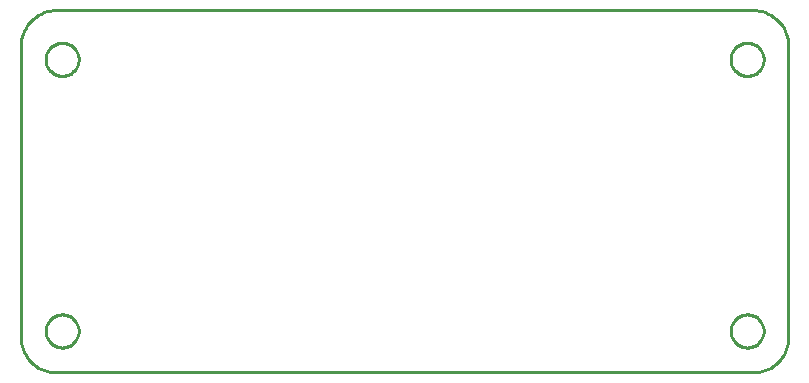
<source format=gbr>
G04 EAGLE Gerber RS-274X export*
G75*
%MOMM*%
%FSLAX34Y34*%
%LPD*%
%IN*%
%IPPOS*%
%AMOC8*
5,1,8,0,0,1.08239X$1,22.5*%
G01*
%ADD10C,0.254000*%


D10*
X0Y30000D02*
X114Y27385D01*
X456Y24791D01*
X1022Y22235D01*
X1809Y19739D01*
X2811Y17321D01*
X4019Y15000D01*
X5425Y12793D01*
X7019Y10716D01*
X8787Y8787D01*
X10716Y7019D01*
X12793Y5425D01*
X15000Y4019D01*
X17321Y2811D01*
X19739Y1809D01*
X22235Y1022D01*
X24791Y456D01*
X27385Y114D01*
X30000Y0D01*
X620000Y0D01*
X622615Y114D01*
X625209Y456D01*
X627765Y1022D01*
X630261Y1809D01*
X632679Y2811D01*
X635000Y4019D01*
X637207Y5425D01*
X639284Y7019D01*
X641213Y8787D01*
X642981Y10716D01*
X644575Y12793D01*
X645981Y15000D01*
X647189Y17321D01*
X648191Y19739D01*
X648978Y22235D01*
X649544Y24791D01*
X649886Y27385D01*
X650000Y30000D01*
X650000Y276604D01*
X649886Y279219D01*
X649544Y281813D01*
X648978Y284369D01*
X648191Y286865D01*
X647189Y289283D01*
X645981Y291604D01*
X644575Y293811D01*
X642981Y295888D01*
X641213Y297817D01*
X639284Y299585D01*
X637207Y301179D01*
X635000Y302585D01*
X632679Y303793D01*
X630261Y304795D01*
X627765Y305582D01*
X625209Y306148D01*
X622615Y306490D01*
X620000Y306604D01*
X30000Y306604D01*
X27385Y306490D01*
X24791Y306148D01*
X22235Y305582D01*
X19739Y304795D01*
X17321Y303793D01*
X15000Y302585D01*
X12793Y301179D01*
X10716Y299585D01*
X8787Y297817D01*
X7019Y295888D01*
X5425Y293811D01*
X4019Y291604D01*
X2811Y289283D01*
X1809Y286865D01*
X1022Y284369D01*
X456Y281813D01*
X114Y279219D01*
X0Y276604D01*
X0Y30000D01*
X49000Y264500D02*
X48929Y263503D01*
X48786Y262513D01*
X48574Y261536D01*
X48292Y260576D01*
X47943Y259639D01*
X47527Y258729D01*
X47048Y257852D01*
X46507Y257010D01*
X45908Y256210D01*
X45253Y255454D01*
X44546Y254747D01*
X43790Y254092D01*
X42990Y253493D01*
X42148Y252952D01*
X41271Y252473D01*
X40361Y252057D01*
X39424Y251708D01*
X38465Y251426D01*
X37487Y251214D01*
X36498Y251071D01*
X35500Y251000D01*
X34500Y251000D01*
X33503Y251071D01*
X32513Y251214D01*
X31536Y251426D01*
X30576Y251708D01*
X29639Y252057D01*
X28729Y252473D01*
X27852Y252952D01*
X27010Y253493D01*
X26210Y254092D01*
X25454Y254747D01*
X24747Y255454D01*
X24092Y256210D01*
X23493Y257010D01*
X22952Y257852D01*
X22473Y258729D01*
X22057Y259639D01*
X21708Y260576D01*
X21426Y261536D01*
X21214Y262513D01*
X21071Y263503D01*
X21000Y264500D01*
X21000Y265500D01*
X21071Y266498D01*
X21214Y267487D01*
X21426Y268465D01*
X21708Y269424D01*
X22057Y270361D01*
X22473Y271271D01*
X22952Y272148D01*
X23493Y272990D01*
X24092Y273790D01*
X24747Y274546D01*
X25454Y275253D01*
X26210Y275908D01*
X27010Y276507D01*
X27852Y277048D01*
X28729Y277527D01*
X29639Y277943D01*
X30576Y278292D01*
X31536Y278574D01*
X32513Y278786D01*
X33503Y278929D01*
X34500Y279000D01*
X35500Y279000D01*
X36498Y278929D01*
X37487Y278786D01*
X38465Y278574D01*
X39424Y278292D01*
X40361Y277943D01*
X41271Y277527D01*
X42148Y277048D01*
X42990Y276507D01*
X43790Y275908D01*
X44546Y275253D01*
X45253Y274546D01*
X45908Y273790D01*
X46507Y272990D01*
X47048Y272148D01*
X47527Y271271D01*
X47943Y270361D01*
X48292Y269424D01*
X48574Y268465D01*
X48786Y267487D01*
X48929Y266498D01*
X49000Y265500D01*
X49000Y264500D01*
X629000Y264500D02*
X628929Y263503D01*
X628786Y262513D01*
X628574Y261536D01*
X628292Y260576D01*
X627943Y259639D01*
X627527Y258729D01*
X627048Y257852D01*
X626507Y257010D01*
X625908Y256210D01*
X625253Y255454D01*
X624546Y254747D01*
X623790Y254092D01*
X622990Y253493D01*
X622148Y252952D01*
X621271Y252473D01*
X620361Y252057D01*
X619424Y251708D01*
X618465Y251426D01*
X617487Y251214D01*
X616498Y251071D01*
X615500Y251000D01*
X614500Y251000D01*
X613503Y251071D01*
X612513Y251214D01*
X611536Y251426D01*
X610576Y251708D01*
X609639Y252057D01*
X608729Y252473D01*
X607852Y252952D01*
X607010Y253493D01*
X606210Y254092D01*
X605454Y254747D01*
X604747Y255454D01*
X604092Y256210D01*
X603493Y257010D01*
X602952Y257852D01*
X602473Y258729D01*
X602057Y259639D01*
X601708Y260576D01*
X601426Y261536D01*
X601214Y262513D01*
X601071Y263503D01*
X601000Y264500D01*
X601000Y265500D01*
X601071Y266498D01*
X601214Y267487D01*
X601426Y268465D01*
X601708Y269424D01*
X602057Y270361D01*
X602473Y271271D01*
X602952Y272148D01*
X603493Y272990D01*
X604092Y273790D01*
X604747Y274546D01*
X605454Y275253D01*
X606210Y275908D01*
X607010Y276507D01*
X607852Y277048D01*
X608729Y277527D01*
X609639Y277943D01*
X610576Y278292D01*
X611536Y278574D01*
X612513Y278786D01*
X613503Y278929D01*
X614500Y279000D01*
X615500Y279000D01*
X616498Y278929D01*
X617487Y278786D01*
X618465Y278574D01*
X619424Y278292D01*
X620361Y277943D01*
X621271Y277527D01*
X622148Y277048D01*
X622990Y276507D01*
X623790Y275908D01*
X624546Y275253D01*
X625253Y274546D01*
X625908Y273790D01*
X626507Y272990D01*
X627048Y272148D01*
X627527Y271271D01*
X627943Y270361D01*
X628292Y269424D01*
X628574Y268465D01*
X628786Y267487D01*
X628929Y266498D01*
X629000Y265500D01*
X629000Y264500D01*
X629000Y34500D02*
X628929Y33503D01*
X628786Y32513D01*
X628574Y31536D01*
X628292Y30576D01*
X627943Y29639D01*
X627527Y28729D01*
X627048Y27852D01*
X626507Y27010D01*
X625908Y26210D01*
X625253Y25454D01*
X624546Y24747D01*
X623790Y24092D01*
X622990Y23493D01*
X622148Y22952D01*
X621271Y22473D01*
X620361Y22057D01*
X619424Y21708D01*
X618465Y21426D01*
X617487Y21214D01*
X616498Y21071D01*
X615500Y21000D01*
X614500Y21000D01*
X613503Y21071D01*
X612513Y21214D01*
X611536Y21426D01*
X610576Y21708D01*
X609639Y22057D01*
X608729Y22473D01*
X607852Y22952D01*
X607010Y23493D01*
X606210Y24092D01*
X605454Y24747D01*
X604747Y25454D01*
X604092Y26210D01*
X603493Y27010D01*
X602952Y27852D01*
X602473Y28729D01*
X602057Y29639D01*
X601708Y30576D01*
X601426Y31536D01*
X601214Y32513D01*
X601071Y33503D01*
X601000Y34500D01*
X601000Y35500D01*
X601071Y36498D01*
X601214Y37487D01*
X601426Y38465D01*
X601708Y39424D01*
X602057Y40361D01*
X602473Y41271D01*
X602952Y42148D01*
X603493Y42990D01*
X604092Y43790D01*
X604747Y44546D01*
X605454Y45253D01*
X606210Y45908D01*
X607010Y46507D01*
X607852Y47048D01*
X608729Y47527D01*
X609639Y47943D01*
X610576Y48292D01*
X611536Y48574D01*
X612513Y48786D01*
X613503Y48929D01*
X614500Y49000D01*
X615500Y49000D01*
X616498Y48929D01*
X617487Y48786D01*
X618465Y48574D01*
X619424Y48292D01*
X620361Y47943D01*
X621271Y47527D01*
X622148Y47048D01*
X622990Y46507D01*
X623790Y45908D01*
X624546Y45253D01*
X625253Y44546D01*
X625908Y43790D01*
X626507Y42990D01*
X627048Y42148D01*
X627527Y41271D01*
X627943Y40361D01*
X628292Y39424D01*
X628574Y38465D01*
X628786Y37487D01*
X628929Y36498D01*
X629000Y35500D01*
X629000Y34500D01*
X49000Y34500D02*
X48929Y33503D01*
X48786Y32513D01*
X48574Y31536D01*
X48292Y30576D01*
X47943Y29639D01*
X47527Y28729D01*
X47048Y27852D01*
X46507Y27010D01*
X45908Y26210D01*
X45253Y25454D01*
X44546Y24747D01*
X43790Y24092D01*
X42990Y23493D01*
X42148Y22952D01*
X41271Y22473D01*
X40361Y22057D01*
X39424Y21708D01*
X38465Y21426D01*
X37487Y21214D01*
X36498Y21071D01*
X35500Y21000D01*
X34500Y21000D01*
X33503Y21071D01*
X32513Y21214D01*
X31536Y21426D01*
X30576Y21708D01*
X29639Y22057D01*
X28729Y22473D01*
X27852Y22952D01*
X27010Y23493D01*
X26210Y24092D01*
X25454Y24747D01*
X24747Y25454D01*
X24092Y26210D01*
X23493Y27010D01*
X22952Y27852D01*
X22473Y28729D01*
X22057Y29639D01*
X21708Y30576D01*
X21426Y31536D01*
X21214Y32513D01*
X21071Y33503D01*
X21000Y34500D01*
X21000Y35500D01*
X21071Y36498D01*
X21214Y37487D01*
X21426Y38465D01*
X21708Y39424D01*
X22057Y40361D01*
X22473Y41271D01*
X22952Y42148D01*
X23493Y42990D01*
X24092Y43790D01*
X24747Y44546D01*
X25454Y45253D01*
X26210Y45908D01*
X27010Y46507D01*
X27852Y47048D01*
X28729Y47527D01*
X29639Y47943D01*
X30576Y48292D01*
X31536Y48574D01*
X32513Y48786D01*
X33503Y48929D01*
X34500Y49000D01*
X35500Y49000D01*
X36498Y48929D01*
X37487Y48786D01*
X38465Y48574D01*
X39424Y48292D01*
X40361Y47943D01*
X41271Y47527D01*
X42148Y47048D01*
X42990Y46507D01*
X43790Y45908D01*
X44546Y45253D01*
X45253Y44546D01*
X45908Y43790D01*
X46507Y42990D01*
X47048Y42148D01*
X47527Y41271D01*
X47943Y40361D01*
X48292Y39424D01*
X48574Y38465D01*
X48786Y37487D01*
X48929Y36498D01*
X49000Y35500D01*
X49000Y34500D01*
M02*

</source>
